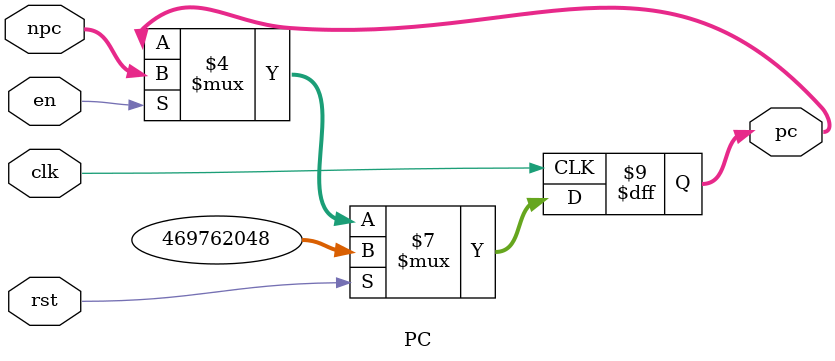
<source format=v>



module PC (
    input                   [ 0 : 0]            clk,
    input                   [ 0 : 0]            rst,
    input                   [ 0 : 0]            en,
    input                   [31 : 0]            npc,

    output      reg         [31 : 0]            pc
);
initial begin
    pc = 32'h1c00_0000;
end
always @(posedge clk) begin
    if (rst)
        pc <= 32'h1c000000; 
    else
        if(en)
            pc <= npc; 
        else
            pc <= pc;
end

endmodule
</source>
